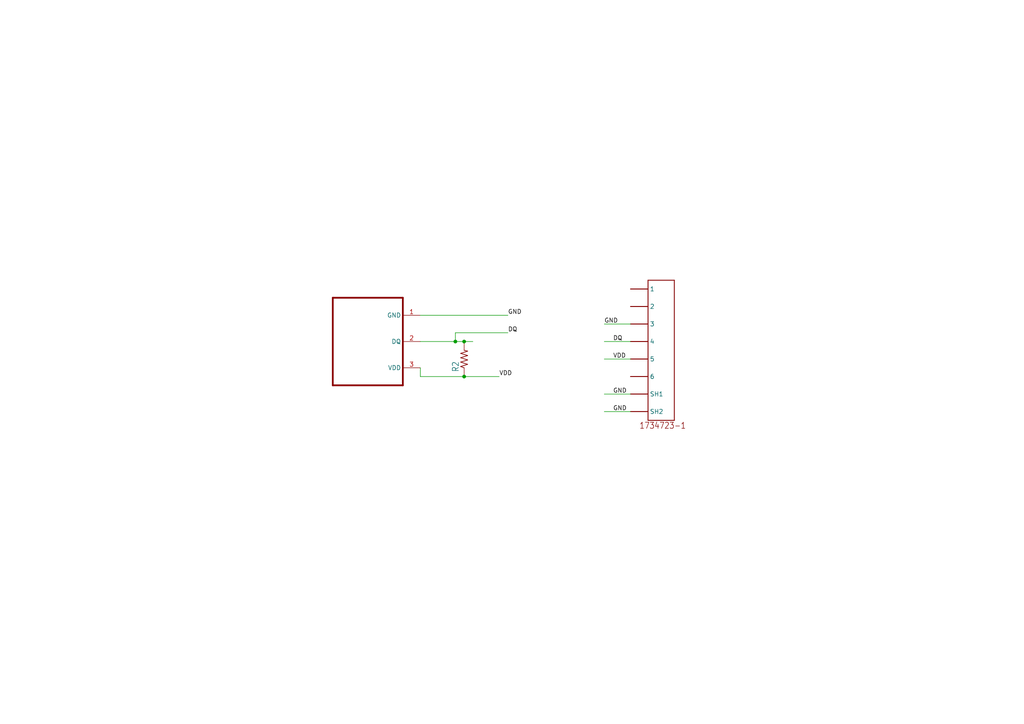
<source format=kicad_sch>
(kicad_sch (version 20230121) (generator eeschema)
  (paper "A4")
  (lib_symbols
    (symbol "Temperature Senor Board V2 (2)-eagle-import:5555140-6"
      (symbol "5555140-6_1_0"
        (polyline (pts (xy -2.54 -25.4) (xy 5.08 -25.4)) (stroke (width 0.254)))
        (polyline (pts (xy -2.54 -22.86) (xy -7.62 -22.86)) (stroke (width 0.254)))
        (polyline (pts (xy -2.54 -22.86) (xy -2.54 -25.4)) (stroke (width 0.254)))
        (polyline (pts (xy -2.54 -17.78) (xy -7.62 -17.78)) (stroke (width 0.254)))
        (polyline (pts (xy -2.54 -17.78) (xy -2.54 -22.86)) (stroke (width 0.254)))
        (polyline (pts (xy -2.54 -12.7) (xy -7.62 -12.7)) (stroke (width 0.254)))
        (polyline (pts (xy -2.54 -7.62) (xy -7.62 -7.62)) (stroke (width 0.254)))
        (polyline (pts (xy -2.54 -2.54) (xy -7.62 -2.54)) (stroke (width 0.254)))
        (polyline (pts (xy -2.54 2.54) (xy -7.62 2.54)) (stroke (width 0.254)))
        (polyline (pts (xy -2.54 7.62) (xy -7.62 7.62)) (stroke (width 0.254)))
        (polyline (pts (xy -2.54 12.7) (xy -7.62 12.7)) (stroke (width 0.254)))
        (polyline (pts (xy -2.54 15.24) (xy -2.54 -17.78)) (stroke (width 0.254)))
        (polyline (pts (xy 5.08 -25.4) (xy 5.08 15.24)) (stroke (width 0.254)))
        (polyline (pts (xy 5.08 15.24) (xy -2.54 15.24)) (stroke (width 0.254)))
        (text "1734723-1" (at -5.08 -27.94 0) (effects (font (size 1.778 1.5113)) (justify left bottom)))
        (pin bidirectional line (at -7.62 12.7 0) (length 5.08) (name "1") (number "1"))
        (pin bidirectional line (at -7.62 7.62 0) (length 5.08) (name "2") (number "2"))
        (pin bidirectional line (at -7.62 2.54 0) (length 5.08) (name "3") (number "3"))
        (pin bidirectional line (at -7.62 -2.54 0) (length 5.08) (name "4") (number "4"))
        (pin bidirectional line (at -7.62 -7.62 0) (length 5.08) (name "5") (number "5"))
        (pin bidirectional line (at -7.62 -12.7 0) (length 5.08) (name "6") (number "6"))
        (pin bidirectional line (at -7.62 -17.78 0) (length 5.08) (name "SH1") (number "SH1"))
        (pin bidirectional line (at -7.62 -22.86 0) (length 5.08) (name "SH2") (number "SH2"))
      )
    )
    (symbol "Temperature Senor Board V2 (2)-eagle-import:DS18B"
      (symbol "DS18B_1_0"
        (polyline (pts (xy 0 -25.4) (xy 20.32 -25.4)) (stroke (width 0.508)))
        (polyline (pts (xy 0 0) (xy 0 -25.4)) (stroke (width 0.508)))
        (polyline (pts (xy 20.32 -25.4) (xy 20.32 0)) (stroke (width 0.508)))
        (polyline (pts (xy 20.32 0) (xy 0 0)) (stroke (width 0.508)))
        (pin bidirectional line (at 25.4 -5.08 180) (length 5.08) (name "GND") (number "1"))
        (pin bidirectional line (at 25.4 -12.7 180) (length 5.08) (name "DQ") (number "2"))
        (pin bidirectional line (at 25.4 -20.32 180) (length 5.08) (name "VDD") (number "3"))
      )
    )
    (symbol "Temperature Senor Board V2 (2)-eagle-import:R-US_R0805"
      (property "Reference" "R" (at -3.81 1.4986 0))
      (symbol "R-US_R0805_1_0"
        (polyline (pts (xy -2.54 0) (xy -2.159 1.016)) (stroke (width 0.2032)))
        (polyline (pts (xy -2.159 1.016) (xy -1.524 -1.016)) (stroke (width 0.2032)))
        (polyline (pts (xy -1.524 -1.016) (xy -0.889 1.016)) (stroke (width 0.2032)))
        (polyline (pts (xy -0.889 1.016) (xy -0.254 -1.016)) (stroke (width 0.2032)))
        (polyline (pts (xy -0.254 -1.016) (xy 0.381 1.016)) (stroke (width 0.2032)))
        (polyline (pts (xy 0.381 1.016) (xy 1.016 -1.016)) (stroke (width 0.2032)))
        (polyline (pts (xy 1.016 -1.016) (xy 1.651 1.016)) (stroke (width 0.2032)))
        (polyline (pts (xy 1.651 1.016) (xy 2.286 -1.016)) (stroke (width 0.2032)))
        (polyline (pts (xy 2.286 -1.016) (xy 2.54 0)) (stroke (width 0.2032)))
        (pin passive line (at -5.08 0 0) (length 2.54) (name "1") (number "1"))
        (pin passive line (at 5.08 0 180) (length 2.54) (name "2") (number "2"))
      )
    )
  )
  (junction (at 134.62 99.06))
  (junction (at 134.62 109.22))
  (junction (at 132.08 99.06))
  (wire (pts (xy 134.62 99.06) (xy 137.16 99.06)) (stroke (width 0.1524)))
  (wire (pts (xy 175.26 104.14) (xy 182.88 104.14)) (stroke (width 0.1524)))
  (wire (pts (xy 132.08 96.52) (xy 147.32 96.52)) (stroke (width 0.1524)))
  (wire (pts (xy 121.92 106.68) (xy 121.92 109.22)) (stroke (width 0.1524)))
  (wire (pts (xy 134.62 109.22) (xy 144.78 109.22)) (stroke (width 0.1524)))
  (wire (pts (xy 121.92 109.22) (xy 134.62 109.22)) (stroke (width 0.1524)))
  (wire (pts (xy 132.08 99.06) (xy 134.62 99.06)) (stroke (width 0.1524)))
  (wire (pts (xy 182.88 93.98) (xy 175.26 93.98)) (stroke (width 0.1524)))
  (wire (pts (xy 121.92 91.44) (xy 147.32 91.44)) (stroke (width 0.1524)))
  (wire (pts (xy 121.92 99.06) (xy 132.08 99.06)) (stroke (width 0.1524)))
  (wire (pts (xy 182.88 119.38) (xy 175.26 119.38)) (stroke (width 0.1524)))
  (wire (pts (xy 182.88 99.06) (xy 175.26 99.06)) (stroke (width 0.1524)))
  (wire (pts (xy 182.88 114.3) (xy 175.26 114.3)) (stroke (width 0.1524)))
  (wire (pts (xy 132.08 99.06) (xy 132.08 96.52)) (stroke (width 0.1524)))
  (label "GND" (at 177.8 114.3 0) (effects (font (size 1.2446 1.2446))))
  (label "VDD" (at 177.8 104.14 0) (effects (font (size 1.2446 1.2446))))
  (label "GND" (at 175.26 93.98 0) (effects (font (size 1.2446 1.2446))))
  (label "DQ" (at 177.8 99.06 0) (effects (font (size 1.2446 1.2446))))
  (label "VDD" (at 144.78 109.22 0) (effects (font (size 1.2446 1.2446))))
  (label "GND" (at 177.8 119.38 0) (effects (font (size 1.2446 1.2446))))
  (label "GND" (at 147.32 91.44 0) (effects (font (size 1.2446 1.2446))))
  (label "DQ" (at 147.32 96.52 0) (effects (font (size 1.2446 1.2446))))
  (symbol (lib_id "Temperature Senor Board V2 (2)-eagle-import:DS18B") (at 96.52 86.36 0) (unit 1)
    (property "Reference" "U$1" (effects hide))
    (property "Value" "DS18B" (effects hide))
    (property "Footprint" "Temperature Senor Board V2 (2):TO92" (effects hide))
  )
  (symbol (lib_id "Temperature Senor Board V2 (2)-eagle-import:5555140-6") (at 190.5 96.52 0) (unit 1)
    (property "Reference" "E2" (effects hide))
    (property "Value" "5555140-6" (effects hide))
    (property "Footprint" "Temperature Senor Board V2 (2):1734723-1_RJ11" (effects hide))
  )
  (symbol (lib_id "Temperature Senor Board V2 (2)-eagle-import:R-US_R0805") (at 134.62 104.14 90) (unit 1)
    (property "Reference" "R2" (at 133.1214 107.95 0) (effects (font (size 1.778 1.5113)) (justify left bottom)))
    (property "Value" "R-US_R0805" (effects hide))
    (property "Footprint" "Temperature Senor Board V2 (2):R0805" (effects hide))
  )
)
</source>
